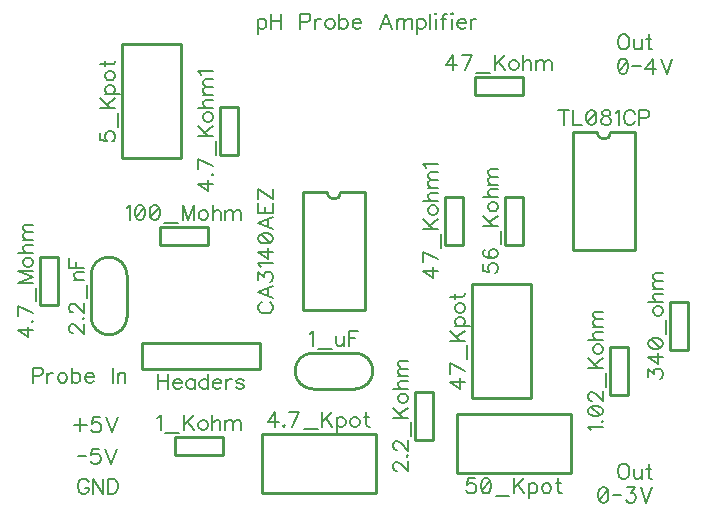
<source format=gbr>
G04 DipTrace 3.2.0.1*
G04 TopSilk.gbr*
%MOIN*%
G04 #@! TF.FileFunction,Legend,Top*
G04 #@! TF.Part,Single*
%ADD10C,0.009843*%
%ADD47C,0.00772*%
%FSLAX26Y26*%
G04*
G70*
G90*
G75*
G01*
G04 TopSilk*
%LPD*%
X2523701Y1023851D2*
D10*
X2463701D1*
X2523701Y863551D2*
Y1023851D1*
Y863551D2*
X2463701D1*
Y1023851D1*
X1123851Y1363701D2*
Y1423701D1*
X963551Y1363701D2*
X1123851D1*
X963551D2*
Y1423701D1*
X1123851D1*
X1173851Y663701D2*
Y723701D1*
X1013551Y663701D2*
X1173851D1*
X1013551D2*
Y723701D1*
X1173851D1*
X1473761Y883701D2*
X1613641D1*
X1473761Y1003701D2*
X1613641D1*
Y883701D2*
G03X1613641Y1003701I60J60000D01*
G01*
X1473761D2*
G03X1473761Y883701I-60J-60000D01*
G01*
X1813701Y713551D2*
X1873701D1*
X1813701Y873851D2*
Y713551D1*
Y873851D2*
X1873701D1*
Y713551D1*
X733701Y1263641D2*
Y1123761D1*
X853701Y1263641D2*
Y1123761D1*
X733701D2*
G03X853701Y1123761I60000J-60D01*
G01*
Y1263641D2*
G03X733701Y1263641I-60000J60D01*
G01*
X2663701Y1013551D2*
X2723701D1*
X2663701Y1173851D2*
Y1013551D1*
Y1173851D2*
X2723701D1*
Y1013551D1*
X1163701Y1663551D2*
X1223701D1*
X1163701Y1823851D2*
Y1663551D1*
Y1823851D2*
X1223701D1*
Y1663551D1*
X1684055Y537402D2*
X1303346D1*
Y734252D1*
X1684055D1*
Y537402D1*
X623701Y1323851D2*
X563701D1*
X623701Y1163551D2*
Y1323851D1*
Y1163551D2*
X563701D1*
Y1323851D1*
X2173851Y1863701D2*
Y1923701D1*
X2013551Y1863701D2*
X2173851D1*
X2013551D2*
Y1923701D1*
X2173851D1*
X1973701Y1523851D2*
X1913701D1*
X1973701Y1363551D2*
Y1523851D1*
Y1363551D2*
X1913701D1*
Y1523851D1*
X2200000Y1234055D2*
X2003150D1*
Y853346D1*
X2200000D1*
Y1234055D1*
X1953346Y800000D2*
X2334055D1*
Y603150D1*
X1953346D1*
Y800000D1*
X2113701Y1363551D2*
X2173701D1*
X2113701Y1523851D2*
Y1363551D1*
Y1523851D2*
X2173701D1*
Y1363551D1*
X837402Y1653346D2*
X1034252D1*
Y2034055D1*
X837402D1*
Y1653346D1*
X1646067Y1540551D2*
Y1146850D1*
X1441334D2*
X1646067D1*
X1441334Y1540551D2*
Y1146850D1*
Y1540551D2*
X1520075D1*
X1646067D2*
X1567327D1*
X1520075D2*
G03X1567327Y1540551I23626J4D01*
G01*
X904331Y1037008D2*
X1298031D1*
X904331Y950394D2*
X1298031D1*
X904331Y1037008D2*
Y950394D1*
X1298031Y1037008D2*
Y950394D1*
X2546067Y1740551D2*
Y1346850D1*
X2341334D2*
X2546067D1*
X2341334Y1740551D2*
Y1346850D1*
Y1740551D2*
X2420075D1*
X2546067D2*
X2467327D1*
X2420075D2*
G03X2467327Y1740551I23626J4D01*
G01*
X2400095Y745539D2*
D47*
X2397663Y750347D1*
X2390533Y757532D1*
X2440718D1*
X2435909Y775348D2*
X2438341Y772971D1*
X2440718Y775348D1*
X2438341Y777780D1*
X2435909Y775348D1*
X2390533Y807589D2*
X2392910Y800404D1*
X2400095Y795596D1*
X2412033Y793219D1*
X2419218D1*
X2431156Y795596D1*
X2438341Y800404D1*
X2440718Y807589D1*
Y812342D1*
X2438341Y819527D1*
X2431156Y824281D1*
X2419218Y826712D1*
X2412033D1*
X2400095Y824281D1*
X2392910Y819527D1*
X2390533Y812342D1*
Y807589D1*
X2400095Y824281D2*
X2431156Y795596D1*
X2402471Y844583D2*
X2400095Y844584D1*
X2395286Y846960D1*
X2392910Y849337D1*
X2390533Y854145D1*
Y863707D1*
X2392910Y868460D1*
X2395286Y870837D1*
X2400095Y873268D1*
X2404848D1*
X2409656Y870837D1*
X2416786Y866083D1*
X2440718Y842152D1*
Y875645D1*
X2449008Y891084D2*
Y936516D1*
X2390478Y951955D2*
X2440718D1*
X2390478Y985448D2*
X2423971Y951955D1*
X2411978Y963893D2*
X2440718Y985448D1*
X2407224Y1012826D2*
X2409601Y1008073D1*
X2414409Y1003264D1*
X2421594Y1000888D1*
X2426348D1*
X2433533Y1003264D1*
X2438286Y1008073D1*
X2440718Y1012826D1*
Y1020011D1*
X2438286Y1024819D1*
X2433533Y1029572D1*
X2426348Y1032004D1*
X2421594D1*
X2414409Y1029572D1*
X2409601Y1024819D1*
X2407224Y1020011D1*
Y1012826D1*
X2390478Y1047444D2*
X2440718D1*
X2416786D2*
X2409601Y1054629D1*
X2407224Y1059437D1*
Y1066622D1*
X2409601Y1071375D1*
X2416786Y1073752D1*
X2440718D1*
X2407224Y1089191D2*
X2440718D1*
X2416786D2*
X2409601Y1096376D1*
X2407224Y1101185D1*
Y1108314D1*
X2409601Y1113123D1*
X2416786Y1115499D1*
X2440718D1*
X2416786D2*
X2409601Y1122684D1*
X2407224Y1127493D1*
Y1134623D1*
X2409601Y1139431D1*
X2416786Y1141863D1*
X2440718D1*
X853286Y1487307D2*
X858094Y1489739D1*
X865279Y1496869D1*
Y1446684D1*
X895089Y1496869D2*
X887904Y1494492D1*
X883095Y1487307D1*
X880719Y1475369D1*
Y1468184D1*
X883095Y1456245D1*
X887904Y1449060D1*
X895089Y1446684D1*
X899842D1*
X907027Y1449060D1*
X911780Y1456245D1*
X914212Y1468184D1*
Y1475369D1*
X911780Y1487307D1*
X907027Y1494492D1*
X899842Y1496869D1*
X895089D1*
X911780Y1487307D2*
X883095Y1456245D1*
X944021Y1496869D2*
X936836Y1494492D1*
X932028Y1487307D1*
X929651Y1475369D1*
Y1468184D1*
X932028Y1456245D1*
X936836Y1449060D1*
X944021Y1446684D1*
X948774D1*
X955959Y1449060D1*
X960713Y1456245D1*
X963145Y1468184D1*
Y1475369D1*
X960713Y1487307D1*
X955959Y1494492D1*
X948774Y1496869D1*
X944021D1*
X960713Y1487307D2*
X932028Y1456245D1*
X978584Y1438393D2*
X1024015D1*
X1077701Y1446684D2*
Y1496924D1*
X1058578Y1446684D1*
X1039455Y1496924D1*
Y1446684D1*
X1105079Y1480177D2*
X1100325Y1477801D1*
X1095517Y1472992D1*
X1093140Y1465807D1*
Y1461054D1*
X1095517Y1453869D1*
X1100325Y1449116D1*
X1105079Y1446684D1*
X1112264D1*
X1117072Y1449116D1*
X1121825Y1453869D1*
X1124257Y1461054D1*
Y1465807D1*
X1121825Y1472992D1*
X1117072Y1477801D1*
X1112264Y1480177D1*
X1105079D1*
X1139696Y1496924D2*
Y1446684D1*
Y1470616D2*
X1146881Y1477801D1*
X1151690Y1480177D1*
X1158875D1*
X1163628Y1477801D1*
X1166005Y1470616D1*
Y1446684D1*
X1181444Y1480177D2*
Y1446684D1*
Y1470616D2*
X1188629Y1477801D1*
X1193437Y1480177D1*
X1200567D1*
X1205376Y1477801D1*
X1207752Y1470616D1*
Y1446684D1*
Y1470616D2*
X1214937Y1477801D1*
X1219746Y1480177D1*
X1226875D1*
X1231684Y1477801D1*
X1234116Y1470616D1*
Y1446684D1*
X954595Y787307D2*
X959403Y789739D1*
X966589Y796869D1*
Y746684D1*
X982028Y738393D2*
X1027459D1*
X1042899Y796924D2*
Y746684D1*
X1076392Y796924D2*
X1042899Y763431D1*
X1054837Y775424D2*
X1076392Y746684D1*
X1103769Y780177D2*
X1099016Y777801D1*
X1094208Y772992D1*
X1091831Y765807D1*
Y761054D1*
X1094208Y753869D1*
X1099016Y749116D1*
X1103769Y746684D1*
X1110954D1*
X1115763Y749116D1*
X1120516Y753869D1*
X1122948Y761054D1*
Y765807D1*
X1120516Y772992D1*
X1115763Y777801D1*
X1110954Y780177D1*
X1103769D1*
X1138387Y796924D2*
Y746684D1*
Y770616D2*
X1145572Y777801D1*
X1150381Y780177D1*
X1157566D1*
X1162319Y777801D1*
X1164695Y770616D1*
Y746684D1*
X1180135Y780177D2*
Y746684D1*
Y770616D2*
X1187320Y777801D1*
X1192128Y780177D1*
X1199258D1*
X1204066Y777801D1*
X1206443Y770616D1*
Y746684D1*
Y770616D2*
X1213628Y777801D1*
X1218436Y780177D1*
X1225566D1*
X1230375Y777801D1*
X1232807Y770616D1*
Y746684D1*
X1463117Y1067307D2*
X1467925Y1069739D1*
X1475110Y1076869D1*
Y1026684D1*
X1490550Y1018393D2*
X1535981D1*
X1551420Y1060177D2*
Y1036246D1*
X1553797Y1029116D1*
X1558605Y1026684D1*
X1565790D1*
X1570544Y1029116D1*
X1577729Y1036246D1*
Y1060177D2*
Y1026684D1*
X1624285Y1076924D2*
X1593168D1*
Y1026684D1*
Y1052992D2*
X1612291D1*
X1752471Y611687D2*
X1750095D1*
X1745286Y614064D1*
X1742910Y616440D1*
X1740533Y621249D1*
Y630810D1*
X1742910Y635563D1*
X1745286Y637940D1*
X1750095Y640372D1*
X1754848D1*
X1759656Y637940D1*
X1766786Y633187D1*
X1790718Y609255D1*
Y642748D1*
X1785909Y660564D2*
X1788341Y658188D1*
X1790718Y660564D1*
X1788341Y662996D1*
X1785909Y660564D1*
X1752471Y680867D2*
X1750095D1*
X1745286Y683244D1*
X1742910Y685620D1*
X1740533Y690429D1*
Y699990D1*
X1742910Y704744D1*
X1745286Y707120D1*
X1750095Y709552D1*
X1754848D1*
X1759656Y707120D1*
X1766786Y702367D1*
X1790718Y678435D1*
Y711929D1*
X1799008Y727368D2*
Y772799D1*
X1740478Y788239D2*
X1790718D1*
X1740478Y821732D2*
X1773971Y788239D1*
X1761978Y800177D2*
X1790718Y821732D1*
X1757224Y849109D2*
X1759601Y844356D1*
X1764409Y839548D1*
X1771594Y837171D1*
X1776348D1*
X1783533Y839548D1*
X1788286Y844356D1*
X1790718Y849109D1*
Y856294D1*
X1788286Y861103D1*
X1783533Y865856D1*
X1776348Y868288D1*
X1771594D1*
X1764409Y865856D1*
X1759601Y861103D1*
X1757224Y856294D1*
Y849109D1*
X1740478Y883727D2*
X1790718D1*
X1766786D2*
X1759601Y890912D1*
X1757224Y895721D1*
Y902906D1*
X1759601Y907659D1*
X1766786Y910036D1*
X1790718D1*
X1757224Y925475D2*
X1790718D1*
X1766786D2*
X1759601Y932660D1*
X1757224Y937468D1*
Y944598D1*
X1759601Y949406D1*
X1766786Y951783D1*
X1790718D1*
X1766786D2*
X1759601Y958968D1*
X1757224Y963777D1*
Y970906D1*
X1759601Y975715D1*
X1766786Y978147D1*
X1790718D1*
X672471Y1070209D2*
X670095D1*
X665286Y1072585D1*
X662910Y1074962D1*
X660533Y1079770D1*
Y1089332D1*
X662910Y1094085D1*
X665286Y1096462D1*
X670095Y1098894D1*
X674848D1*
X679656Y1096462D1*
X686786Y1091709D1*
X710718Y1067777D1*
Y1101270D1*
X705909Y1119086D2*
X708341Y1116709D1*
X710718Y1119086D1*
X708341Y1121518D1*
X705909Y1119086D1*
X672471Y1139389D2*
X670095D1*
X665286Y1141766D1*
X662910Y1144142D1*
X660533Y1148951D1*
Y1158512D1*
X662910Y1163265D1*
X665286Y1165642D1*
X670095Y1168074D1*
X674848D1*
X679656Y1165642D1*
X686786Y1160889D1*
X710718Y1136957D1*
Y1170450D1*
X719008Y1185890D2*
Y1231321D1*
X677224Y1246760D2*
X710718D1*
X686786D2*
X679601Y1253946D1*
X677224Y1258754D1*
Y1265884D1*
X679601Y1270692D1*
X686786Y1273069D1*
X710718D1*
X660478Y1319625D2*
Y1288508D1*
X710718D1*
X684409D2*
Y1307631D1*
X2590533Y922999D2*
Y949252D1*
X2609656Y934937D1*
Y942122D1*
X2612033Y946875D1*
X2614409Y949252D1*
X2621595Y951684D1*
X2626348D1*
X2633533Y949252D1*
X2638341Y944499D1*
X2640718Y937314D1*
Y930129D1*
X2638341Y922999D1*
X2635909Y920623D1*
X2631156Y918191D1*
X2640718Y991055D2*
X2590533D1*
X2623971Y967123D1*
Y1002993D1*
X2590533Y1032802D2*
X2592910Y1025617D1*
X2600095Y1020809D1*
X2612033Y1018432D1*
X2619218D1*
X2631156Y1020809D1*
X2638341Y1025617D1*
X2640718Y1032802D1*
Y1037556D1*
X2638341Y1044741D1*
X2631156Y1049494D1*
X2619218Y1051926D1*
X2612033D1*
X2600095Y1049494D1*
X2592910Y1044741D1*
X2590533Y1037556D1*
Y1032802D1*
X2600095Y1049494D2*
X2631156Y1020809D1*
X2649008Y1067365D2*
Y1112796D1*
X2607224Y1140174D2*
X2609601Y1135421D1*
X2614409Y1130612D1*
X2621594Y1128236D1*
X2626348D1*
X2633533Y1130612D1*
X2638286Y1135421D1*
X2640718Y1140174D1*
Y1147359D1*
X2638286Y1152167D1*
X2633533Y1156921D1*
X2626348Y1159352D1*
X2621594D1*
X2614409Y1156921D1*
X2609601Y1152167D1*
X2607224Y1147359D1*
Y1140174D1*
X2590478Y1174792D2*
X2640718D1*
X2616786D2*
X2609601Y1181977D1*
X2607224Y1186785D1*
Y1193970D1*
X2609601Y1198723D1*
X2616786Y1201100D1*
X2640718D1*
X2607224Y1216539D2*
X2640718D1*
X2616786D2*
X2609601Y1223724D1*
X2607224Y1228533D1*
Y1235662D1*
X2609601Y1240471D1*
X2616786Y1242847D1*
X2640718D1*
X2616786D2*
X2609601Y1250033D1*
X2607224Y1254841D1*
Y1261971D1*
X2609601Y1266779D1*
X2616786Y1269211D1*
X2640718D1*
X1140718Y1568282D2*
X1090533D1*
X1123971Y1544350D1*
Y1580220D1*
X1135909Y1598036D2*
X1138341Y1595659D1*
X1140718Y1598036D1*
X1138341Y1600468D1*
X1135909Y1598036D1*
X1140718Y1625469D2*
X1090533Y1649401D1*
Y1615907D1*
X1149008Y1664840D2*
Y1710271D1*
X1090478Y1725711D2*
X1140718D1*
X1090478Y1759204D2*
X1123971Y1725711D1*
X1111978Y1737649D2*
X1140718Y1759204D1*
X1107224Y1786581D2*
X1109601Y1781828D1*
X1114409Y1777020D1*
X1121594Y1774643D1*
X1126348D1*
X1133533Y1777020D1*
X1138286Y1781828D1*
X1140718Y1786581D1*
Y1793766D1*
X1138286Y1798575D1*
X1133533Y1803328D1*
X1126348Y1805760D1*
X1121594D1*
X1114409Y1803328D1*
X1109601Y1798575D1*
X1107224Y1793766D1*
Y1786581D1*
X1090478Y1821199D2*
X1140718D1*
X1116786D2*
X1109601Y1828384D1*
X1107224Y1833193D1*
Y1840378D1*
X1109601Y1845131D1*
X1116786Y1847507D1*
X1140718D1*
X1107224Y1862947D2*
X1140718D1*
X1116786D2*
X1109601Y1870132D1*
X1107224Y1874940D1*
Y1882070D1*
X1109601Y1886878D1*
X1116786Y1889255D1*
X1140718D1*
X1116786D2*
X1109601Y1896440D1*
X1107224Y1901248D1*
Y1908378D1*
X1109601Y1913187D1*
X1116786Y1915619D1*
X1140718D1*
X1100095Y1931058D2*
X1097663Y1935866D1*
X1090533Y1943051D1*
X1140718D1*
X1347557Y757235D2*
Y807420D1*
X1323625Y773982D1*
X1359495D1*
X1377311Y762043D2*
X1374934Y759612D1*
X1377311Y757235D1*
X1379743Y759612D1*
X1377311Y762043D1*
X1404744Y757235D2*
X1428675Y807420D1*
X1395182D1*
X1444114Y748945D2*
X1489546D1*
X1504985Y807475D2*
Y757235D1*
X1538479Y807475D2*
X1504985Y773982D1*
X1516924Y785975D2*
X1538479Y757235D1*
X1553918Y790728D2*
Y740488D1*
Y783543D2*
X1558726Y788297D1*
X1563480Y790728D1*
X1570665D1*
X1575473Y788297D1*
X1580226Y783543D1*
X1582658Y776358D1*
Y771550D1*
X1580226Y764420D1*
X1575473Y759612D1*
X1570665Y757235D1*
X1563480D1*
X1558726Y759612D1*
X1553918Y764420D1*
X1610036Y790728D2*
X1605282Y788352D1*
X1600474Y783543D1*
X1598097Y776358D1*
Y771605D1*
X1600474Y764420D1*
X1605282Y759667D1*
X1610036Y757235D1*
X1617221D1*
X1622029Y759667D1*
X1626782Y764420D1*
X1629214Y771605D1*
Y776358D1*
X1626782Y783543D1*
X1622029Y788352D1*
X1617221Y790728D1*
X1610036D1*
X1651838Y807475D2*
Y766797D1*
X1654215Y759667D1*
X1659023Y757235D1*
X1663777D1*
X1644653Y790728D2*
X1661400D1*
X540718Y1079622D2*
X490533D1*
X523971Y1055690D1*
Y1091560D1*
X535909Y1109376D2*
X538341Y1106999D1*
X540718Y1109376D1*
X538341Y1111808D1*
X535909Y1109376D1*
X540718Y1136809D2*
X490533Y1160740D1*
Y1127247D1*
X549008Y1176180D2*
Y1221611D1*
X540718Y1275297D2*
X490478D1*
X540718Y1256174D1*
X490478Y1237050D1*
X540718D1*
X507224Y1302674D2*
X509601Y1297921D1*
X514409Y1293113D1*
X521594Y1290736D1*
X526348D1*
X533533Y1293113D1*
X538286Y1297921D1*
X540718Y1302674D1*
Y1309859D1*
X538286Y1314668D1*
X533533Y1319421D1*
X526348Y1321853D1*
X521594D1*
X514409Y1319421D1*
X509601Y1314668D1*
X507224Y1309859D1*
Y1302674D1*
X490478Y1337292D2*
X540718D1*
X516786D2*
X509601Y1344477D1*
X507224Y1349286D1*
Y1356471D1*
X509601Y1361224D1*
X516786Y1363600D1*
X540718D1*
X507224Y1379040D2*
X540718D1*
X516786D2*
X509601Y1386225D1*
X507224Y1391033D1*
Y1398163D1*
X509601Y1402971D1*
X516786Y1405348D1*
X540718D1*
X516786D2*
X509601Y1412533D1*
X507224Y1417341D1*
Y1424471D1*
X509601Y1429280D1*
X516786Y1431712D1*
X540718D1*
X1942122Y1946684D2*
Y1996869D1*
X1918191Y1963431D1*
X1954060D1*
X1979061Y1946684D2*
X2002993Y1996869D1*
X1969500D1*
X2018432Y1938393D2*
X2063864D1*
X2079303Y1996924D2*
Y1946684D1*
X2112796Y1996924D2*
X2079303Y1963431D1*
X2091241Y1975424D2*
X2112796Y1946684D1*
X2140174Y1980177D2*
X2135421Y1977801D1*
X2130612Y1972992D1*
X2128236Y1965807D1*
Y1961054D1*
X2130612Y1953869D1*
X2135421Y1949116D1*
X2140174Y1946684D1*
X2147359D1*
X2152167Y1949116D1*
X2156921Y1953869D1*
X2159352Y1961054D1*
Y1965807D1*
X2156921Y1972992D1*
X2152167Y1977801D1*
X2147359Y1980177D1*
X2140174D1*
X2174792Y1996924D2*
Y1946684D1*
Y1970616D2*
X2181977Y1977801D1*
X2186785Y1980177D1*
X2193970D1*
X2198723Y1977801D1*
X2201100Y1970616D1*
Y1946684D1*
X2216539Y1980177D2*
Y1946684D1*
Y1970616D2*
X2223724Y1977801D1*
X2228533Y1980177D1*
X2235662D1*
X2240471Y1977801D1*
X2242847Y1970616D1*
Y1946684D1*
Y1970616D2*
X2250033Y1977801D1*
X2254841Y1980177D1*
X2261971D1*
X2266779Y1977801D1*
X2269211Y1970616D1*
Y1946684D1*
X1890718Y1278406D2*
X1840533D1*
X1873971Y1254474D1*
Y1290344D1*
X1890718Y1315345D2*
X1840533Y1339277D1*
Y1305783D1*
X1899008Y1354716D2*
Y1400147D1*
X1840478Y1415587D2*
X1890718D1*
X1840478Y1449080D2*
X1873971Y1415587D1*
X1861978Y1427525D2*
X1890718Y1449080D1*
X1857224Y1476458D2*
X1859601Y1471704D1*
X1864409Y1466896D1*
X1871594Y1464519D1*
X1876348D1*
X1883533Y1466896D1*
X1888286Y1471704D1*
X1890718Y1476458D1*
Y1483643D1*
X1888286Y1488451D1*
X1883533Y1493204D1*
X1876348Y1495636D1*
X1871594D1*
X1864409Y1493204D1*
X1859601Y1488451D1*
X1857224Y1483643D1*
Y1476458D1*
X1840478Y1511075D2*
X1890718D1*
X1866786D2*
X1859601Y1518260D1*
X1857224Y1523069D1*
Y1530254D1*
X1859601Y1535007D1*
X1866786Y1537384D1*
X1890718D1*
X1857224Y1552823D2*
X1890718D1*
X1866786D2*
X1859601Y1560008D1*
X1857224Y1564816D1*
Y1571946D1*
X1859601Y1576755D1*
X1866786Y1579131D1*
X1890718D1*
X1866786D2*
X1859601Y1586316D1*
X1857224Y1591125D1*
Y1598254D1*
X1859601Y1603063D1*
X1866786Y1605495D1*
X1890718D1*
X1850095Y1620934D2*
X1847663Y1625742D1*
X1840533Y1632927D1*
X1890718D1*
X1980167Y907681D2*
X1929982D1*
X1963420Y883749D1*
Y919619D1*
X1980167Y944620D2*
X1929982Y968551D1*
Y935058D1*
X1988457Y983991D2*
Y1029422D1*
X1929927Y1044861D2*
X1980167D1*
X1929927Y1078355D2*
X1963420Y1044861D1*
X1951426Y1056800D2*
X1980167Y1078355D1*
X1946673Y1093794D2*
X1996913D1*
X1953858D2*
X1949105Y1098602D1*
X1946673Y1103356D1*
Y1110541D1*
X1949105Y1115349D1*
X1953858Y1120102D1*
X1961043Y1122534D1*
X1965852D1*
X1972982Y1120102D1*
X1977790Y1115349D1*
X1980167Y1110541D1*
Y1103356D1*
X1977790Y1098602D1*
X1972982Y1093794D1*
X1946673Y1149912D2*
X1949050Y1145158D1*
X1953858Y1140350D1*
X1961043Y1137973D1*
X1965796D1*
X1972982Y1140350D1*
X1977735Y1145158D1*
X1980167Y1149912D1*
Y1157097D1*
X1977735Y1161905D1*
X1972982Y1166658D1*
X1965796Y1169090D1*
X1961043D1*
X1953858Y1166658D1*
X1949050Y1161905D1*
X1946673Y1157097D1*
Y1149912D1*
X1929927Y1191714D2*
X1970605D1*
X1977735Y1194091D1*
X1980167Y1198900D1*
Y1203653D1*
X1946673Y1184529D2*
Y1201276D1*
X2013622Y586136D2*
X1989746D1*
X1987369Y564636D1*
X1989746Y567012D1*
X1996931Y569444D1*
X2004060D1*
X2011245Y567012D1*
X2016054Y562259D1*
X2018431Y555074D1*
Y550321D1*
X2016054Y543136D1*
X2011245Y538327D1*
X2004060Y535951D1*
X1996931D1*
X1989746Y538327D1*
X1987369Y540759D1*
X1984937Y545513D1*
X2048240Y586136D2*
X2041055Y583759D1*
X2036246Y576574D1*
X2033870Y564636D1*
Y557451D1*
X2036246Y545513D1*
X2041055Y538327D1*
X2048240Y535951D1*
X2052993D1*
X2060178Y538327D1*
X2064931Y545513D1*
X2067363Y557451D1*
Y564636D1*
X2064931Y576574D1*
X2060178Y583759D1*
X2052993Y586136D1*
X2048240D1*
X2064931Y576574D2*
X2036246Y545513D1*
X2082802Y527660D2*
X2128234D1*
X2143673Y586191D2*
Y535951D1*
X2177166Y586191D2*
X2143673Y552698D1*
X2155611Y564691D2*
X2177166Y535951D1*
X2192606Y569444D2*
Y519204D1*
Y562259D2*
X2197414Y567012D1*
X2202167Y569444D1*
X2209352D1*
X2214161Y567012D1*
X2218914Y562259D1*
X2221346Y555074D1*
Y550266D1*
X2218914Y543136D1*
X2214161Y538327D1*
X2209352Y535951D1*
X2202167D1*
X2197414Y538327D1*
X2192606Y543136D1*
X2248723Y569444D2*
X2243970Y567068D1*
X2239162Y562259D1*
X2236785Y555074D1*
Y550321D1*
X2239162Y543136D1*
X2243970Y538383D1*
X2248723Y535951D1*
X2255908D1*
X2260717Y538383D1*
X2265470Y543136D1*
X2267902Y550321D1*
Y555074D1*
X2265470Y562259D1*
X2260717Y567068D1*
X2255908Y569444D1*
X2248723D1*
X2290526Y586191D2*
Y545513D1*
X2292903Y538383D1*
X2297711Y535951D1*
X2302464D1*
X2283341Y569444D2*
X2300088D1*
X2040533Y1299280D2*
Y1275403D1*
X2062033Y1273027D1*
X2059656Y1275403D1*
X2057224Y1282588D1*
Y1289718D1*
X2059656Y1296903D1*
X2064409Y1301712D1*
X2071595Y1304088D1*
X2076348D1*
X2083533Y1301712D1*
X2088341Y1296903D1*
X2090718Y1289718D1*
Y1282588D1*
X2088341Y1275403D1*
X2085909Y1273027D1*
X2081156Y1270595D1*
X2047663Y1348212D2*
X2042910Y1345836D1*
X2040533Y1338651D1*
Y1333897D1*
X2042910Y1326712D1*
X2050095Y1321904D1*
X2062033Y1319527D1*
X2073971D1*
X2083533Y1321904D1*
X2088341Y1326712D1*
X2090718Y1333897D1*
Y1336274D1*
X2088341Y1343404D1*
X2083533Y1348212D1*
X2076348Y1350589D1*
X2073971D1*
X2066786Y1348212D1*
X2062033Y1343404D1*
X2059656Y1336274D1*
Y1333897D1*
X2062033Y1326712D1*
X2066786Y1321904D1*
X2073971Y1319527D1*
X2099008Y1366028D2*
Y1411460D1*
X2040478Y1426899D2*
X2090718D1*
X2040478Y1460392D2*
X2073971Y1426899D1*
X2061978Y1438837D2*
X2090718Y1460392D1*
X2057224Y1487770D2*
X2059601Y1483016D1*
X2064409Y1478208D1*
X2071594Y1475831D1*
X2076348D1*
X2083533Y1478208D1*
X2088286Y1483016D1*
X2090718Y1487770D1*
Y1494955D1*
X2088286Y1499763D1*
X2083533Y1504516D1*
X2076348Y1506948D1*
X2071594D1*
X2064409Y1504516D1*
X2059601Y1499763D1*
X2057224Y1494955D1*
Y1487770D1*
X2040478Y1522387D2*
X2090718D1*
X2066786D2*
X2059601Y1529572D1*
X2057224Y1534381D1*
Y1541566D1*
X2059601Y1546319D1*
X2066786Y1548696D1*
X2090718D1*
X2057224Y1564135D2*
X2090718D1*
X2066786D2*
X2059601Y1571320D1*
X2057224Y1576128D1*
Y1583258D1*
X2059601Y1588067D1*
X2066786Y1590443D1*
X2090718D1*
X2066786D2*
X2059601Y1597628D1*
X2057224Y1602437D1*
Y1609567D1*
X2059601Y1614375D1*
X2066786Y1616807D1*
X2090718D1*
X764234Y1738088D2*
Y1714212D1*
X785734Y1711835D1*
X783357Y1714212D1*
X780925Y1721397D1*
Y1728527D1*
X783357Y1735712D1*
X788110Y1740520D1*
X795295Y1742897D1*
X800048D1*
X807234Y1740520D1*
X812042Y1735712D1*
X814419Y1728527D1*
Y1721397D1*
X812042Y1714212D1*
X809610Y1711835D1*
X804857Y1709404D1*
X822709Y1758336D2*
Y1803768D1*
X764179Y1819207D2*
X814419D1*
X764179Y1852700D2*
X797672Y1819207D1*
X785678Y1831145D2*
X814419Y1852700D1*
X780925Y1868139D2*
X831165D1*
X788110D2*
X783357Y1872948D1*
X780925Y1877701D1*
Y1884886D1*
X783357Y1889695D1*
X788110Y1894448D1*
X795295Y1896880D1*
X800104D1*
X807233Y1894448D1*
X812042Y1889695D1*
X814419Y1884886D1*
Y1877701D1*
X812042Y1872948D1*
X807233Y1868139D1*
X780925Y1924257D2*
X783302Y1919504D1*
X788110Y1914695D1*
X795295Y1912319D1*
X800048D1*
X807233Y1914695D1*
X811987Y1919504D1*
X814419Y1924257D1*
Y1931442D1*
X811987Y1936251D1*
X807233Y1941004D1*
X800048Y1943436D1*
X795295D1*
X788110Y1941004D1*
X783302Y1936251D1*
X780925Y1931442D1*
Y1924257D1*
X764179Y1966060D2*
X804857D1*
X811987Y1968436D1*
X814419Y1973245D1*
Y1977998D1*
X780925Y1958875D2*
Y1975622D1*
X1302888Y1171875D2*
X1298135Y1169498D1*
X1293327Y1164690D1*
X1290950Y1159936D1*
Y1150375D1*
X1293327Y1145566D1*
X1298135Y1140813D1*
X1302888Y1138381D1*
X1310073Y1136005D1*
X1322067D1*
X1329197Y1138381D1*
X1334005Y1140813D1*
X1338758Y1145566D1*
X1341190Y1150375D1*
Y1159936D1*
X1338758Y1164690D1*
X1334005Y1169498D1*
X1329197Y1171875D1*
X1341190Y1225616D2*
X1290950Y1206437D1*
X1341190Y1187314D1*
X1324444Y1194499D2*
Y1218431D1*
X1291005Y1245863D2*
Y1272116D1*
X1310129Y1257801D1*
Y1264987D1*
X1312505Y1269740D1*
X1314882Y1272116D1*
X1322067Y1274548D1*
X1326820D1*
X1334005Y1272116D1*
X1338814Y1267363D1*
X1341190Y1260178D1*
Y1252993D1*
X1338814Y1245863D1*
X1336382Y1243487D1*
X1331629Y1241055D1*
X1300567Y1289987D2*
X1298135Y1294796D1*
X1291005Y1301981D1*
X1341190D1*
Y1341352D2*
X1291005D1*
X1324444Y1317420D1*
Y1353290D1*
X1291005Y1383099D2*
X1293382Y1375914D1*
X1300567Y1371106D1*
X1312505Y1368729D1*
X1319690D1*
X1331629Y1371106D1*
X1338814Y1375914D1*
X1341190Y1383099D1*
Y1387853D1*
X1338814Y1395038D1*
X1331629Y1399791D1*
X1319690Y1402223D1*
X1312505D1*
X1300567Y1399791D1*
X1293382Y1395038D1*
X1291005Y1387853D1*
Y1383099D1*
X1300567Y1399791D2*
X1331629Y1371106D1*
X1341190Y1455964D2*
X1290950Y1436785D1*
X1341190Y1417662D1*
X1324444Y1424847D2*
Y1448779D1*
X1290950Y1502464D2*
Y1471403D1*
X1341190D1*
Y1502464D1*
X1314882Y1471403D2*
Y1490526D1*
X1290950Y1517904D2*
Y1551397D1*
X1341190Y1517904D1*
Y1551397D1*
X958004Y933435D2*
Y883195D1*
X991497Y933435D2*
Y883195D1*
X958004Y909503D2*
X991497D1*
X1006936Y902318D2*
X1035621D1*
Y907127D1*
X1033244Y911935D1*
X1030868Y914312D1*
X1026059Y916688D1*
X1018874D1*
X1014121Y914312D1*
X1009313Y909503D1*
X1006936Y902318D1*
Y897565D1*
X1009313Y890380D1*
X1014121Y885627D1*
X1018874Y883195D1*
X1026059D1*
X1030868Y885627D1*
X1035621Y890380D1*
X1079745Y916688D2*
Y883195D1*
Y909503D2*
X1074992Y914312D1*
X1070183Y916688D1*
X1063054D1*
X1058245Y914312D1*
X1053492Y909503D1*
X1051060Y902318D1*
Y897565D1*
X1053492Y890380D1*
X1058245Y885627D1*
X1063054Y883195D1*
X1070183D1*
X1074992Y885627D1*
X1079745Y890380D1*
X1123869Y933435D2*
Y883195D1*
Y909503D2*
X1119116Y914312D1*
X1114308Y916688D1*
X1107123D1*
X1102369Y914312D1*
X1097561Y909503D1*
X1095184Y902318D1*
Y897565D1*
X1097561Y890380D1*
X1102369Y885627D1*
X1107123Y883195D1*
X1114308D1*
X1119116Y885627D1*
X1123869Y890380D1*
X1139308Y902318D2*
X1167993D1*
Y907127D1*
X1165617Y911935D1*
X1163240Y914312D1*
X1158432Y916688D1*
X1151247D1*
X1146494Y914312D1*
X1141685Y909503D1*
X1139308Y902318D1*
Y897565D1*
X1141685Y890380D1*
X1146494Y885627D1*
X1151247Y883195D1*
X1158432D1*
X1163240Y885627D1*
X1167993Y890380D1*
X1183433Y916688D2*
Y883195D1*
Y902318D2*
X1185864Y909503D1*
X1190618Y914312D1*
X1195426Y916688D1*
X1202611D1*
X1244359Y909503D2*
X1241982Y914312D1*
X1234797Y916688D1*
X1227612D1*
X1220427Y914312D1*
X1218050Y909503D1*
X1220427Y904750D1*
X1225235Y902318D1*
X1237174Y899942D1*
X1241982Y897565D1*
X1244359Y892757D1*
Y890380D1*
X1241982Y885627D1*
X1234797Y883195D1*
X1227612D1*
X1220427Y885627D1*
X1218050Y890380D1*
X2308897Y1813774D2*
Y1763534D1*
X2292150Y1813774D2*
X2325643D1*
X2341082D2*
Y1763534D1*
X2369767D1*
X2399577Y1813719D2*
X2392392Y1811342D1*
X2387583Y1804157D1*
X2385207Y1792219D1*
Y1785034D1*
X2387583Y1773096D1*
X2392392Y1765911D1*
X2399577Y1763534D1*
X2404330D1*
X2411515Y1765911D1*
X2416268Y1773096D1*
X2418700Y1785034D1*
Y1792219D1*
X2416268Y1804157D1*
X2411515Y1811342D1*
X2404330Y1813719D1*
X2399577D1*
X2416268Y1804157D2*
X2387583Y1773096D1*
X2446077Y1813719D2*
X2438948Y1811342D1*
X2436516Y1806589D1*
Y1801781D1*
X2438948Y1797028D1*
X2443701Y1794596D1*
X2453262Y1792219D1*
X2460447Y1789843D1*
X2465201Y1785034D1*
X2467577Y1780281D1*
Y1773096D1*
X2465201Y1768343D1*
X2462824Y1765911D1*
X2455639Y1763534D1*
X2446077D1*
X2438948Y1765911D1*
X2436516Y1768343D1*
X2434139Y1773096D1*
Y1780281D1*
X2436516Y1785034D1*
X2441324Y1789843D1*
X2448454Y1792219D1*
X2458016Y1794596D1*
X2462824Y1797028D1*
X2465201Y1801781D1*
Y1806589D1*
X2462824Y1811342D1*
X2455639Y1813719D1*
X2446077D1*
X2483016Y1804157D2*
X2487825Y1806589D1*
X2495010Y1813719D1*
Y1763534D1*
X2546319Y1801836D2*
X2543943Y1806589D1*
X2539134Y1811398D1*
X2534381Y1813774D1*
X2524819D1*
X2520011Y1811398D1*
X2515258Y1806589D1*
X2512826Y1801836D1*
X2510449Y1794651D1*
Y1782658D1*
X2512826Y1775528D1*
X2515258Y1770719D1*
X2520011Y1765966D1*
X2524819Y1763534D1*
X2534381D1*
X2539134Y1765966D1*
X2543943Y1770719D1*
X2546319Y1775528D1*
X2561758Y1787466D2*
X2583313D1*
X2590443Y1789843D1*
X2592875Y1792274D1*
X2595252Y1797028D1*
Y1804213D1*
X2592875Y1808966D1*
X2590443Y1811398D1*
X2583313Y1813774D1*
X2561758D1*
Y1763534D1*
X1289841Y2117715D2*
Y2067475D1*
Y2110530D2*
X1294650Y2115283D1*
X1299403Y2117715D1*
X1306588D1*
X1311397Y2115283D1*
X1316150Y2110530D1*
X1318582Y2103345D1*
Y2098536D1*
X1316150Y2091406D1*
X1311397Y2086598D1*
X1306588Y2084221D1*
X1299403D1*
X1294650Y2086598D1*
X1289841Y2091406D1*
X1334021Y2134461D2*
Y2084221D1*
X1367514Y2134461D2*
Y2084221D1*
X1334021Y2110530D2*
X1367514D1*
X1431554Y2108153D2*
X1453110D1*
X1460239Y2110530D1*
X1462671Y2112961D1*
X1465048Y2117715D1*
Y2124900D1*
X1462671Y2129653D1*
X1460239Y2132085D1*
X1453110Y2134461D1*
X1431554D1*
Y2084221D1*
X1480487Y2117715D2*
Y2084221D1*
Y2103345D2*
X1482919Y2110530D1*
X1487672Y2115338D1*
X1492480Y2117715D1*
X1499666D1*
X1527043D2*
X1522290Y2115338D1*
X1517481Y2110530D1*
X1515105Y2103345D1*
Y2098591D1*
X1517481Y2091406D1*
X1522290Y2086653D1*
X1527043Y2084221D1*
X1534228D1*
X1539036Y2086653D1*
X1543790Y2091406D1*
X1546221Y2098591D1*
Y2103345D1*
X1543790Y2110530D1*
X1539036Y2115338D1*
X1534228Y2117715D1*
X1527043D1*
X1561661Y2134461D2*
Y2084221D1*
Y2110530D2*
X1566469Y2115338D1*
X1571222Y2117715D1*
X1578407D1*
X1583161Y2115338D1*
X1587969Y2110530D1*
X1590346Y2103345D1*
Y2098591D1*
X1587969Y2091406D1*
X1583161Y2086653D1*
X1578407Y2084221D1*
X1571222D1*
X1566469Y2086653D1*
X1561661Y2091406D1*
X1605785Y2103345D2*
X1634470D1*
Y2108153D1*
X1632093Y2112961D1*
X1629717Y2115338D1*
X1624908Y2117715D1*
X1617723D1*
X1612970Y2115338D1*
X1608161Y2110530D1*
X1605785Y2103345D1*
Y2098591D1*
X1608161Y2091406D1*
X1612970Y2086653D1*
X1617723Y2084221D1*
X1624908D1*
X1629717Y2086653D1*
X1634470Y2091406D1*
X1736812Y2084221D2*
X1717633Y2134461D1*
X1698510Y2084221D1*
X1705695Y2100968D2*
X1729627D1*
X1752251Y2117715D2*
Y2084221D1*
Y2108153D2*
X1759436Y2115338D1*
X1764245Y2117715D1*
X1771374D1*
X1776183Y2115338D1*
X1778559Y2108153D1*
Y2084221D1*
Y2108153D2*
X1785744Y2115338D1*
X1790553Y2117715D1*
X1797683D1*
X1802491Y2115338D1*
X1804923Y2108153D1*
Y2084221D1*
X1820362Y2117715D2*
Y2067475D1*
Y2110530D2*
X1825171Y2115283D1*
X1829924Y2117715D1*
X1837109D1*
X1841917Y2115283D1*
X1846670Y2110530D1*
X1849102Y2103345D1*
Y2098536D1*
X1846670Y2091406D1*
X1841917Y2086598D1*
X1837109Y2084221D1*
X1829924D1*
X1825171Y2086598D1*
X1820362Y2091406D1*
X1864542Y2134461D2*
Y2084221D1*
X1879981Y2134461D2*
X1882357Y2132085D1*
X1884789Y2134461D1*
X1882357Y2136893D1*
X1879981Y2134461D1*
X1882357Y2117715D2*
Y2084221D1*
X1919352Y2134461D2*
X1914599D1*
X1909790Y2132085D1*
X1907414Y2124900D1*
Y2084221D1*
X1900228Y2117715D2*
X1916975D1*
X1934791Y2134461D2*
X1937168Y2132085D1*
X1939599Y2134461D1*
X1937168Y2136893D1*
X1934791Y2134461D1*
X1937168Y2117715D2*
Y2084221D1*
X1955039Y2103345D2*
X1983724D1*
Y2108153D1*
X1981347Y2112961D1*
X1978970Y2115338D1*
X1974162Y2117715D1*
X1966977D1*
X1962224Y2115338D1*
X1957415Y2110530D1*
X1955039Y2103345D1*
Y2098591D1*
X1957415Y2091406D1*
X1962224Y2086653D1*
X1966977Y2084221D1*
X1974162D1*
X1978970Y2086653D1*
X1983724Y2091406D1*
X1999163Y2117715D2*
Y2084221D1*
Y2103345D2*
X2001595Y2110530D1*
X2006348Y2115338D1*
X2011156Y2117715D1*
X2018341D1*
X539841Y928469D2*
X561397D1*
X568526Y930846D1*
X570958Y933278D1*
X573335Y938031D1*
Y945216D1*
X570958Y949969D1*
X568526Y952401D1*
X561397Y954778D1*
X539841D1*
Y904538D1*
X588774Y938031D2*
Y904538D1*
Y923661D2*
X591206Y930846D1*
X595959Y935654D1*
X600768Y938031D1*
X607953D1*
X635330D2*
X630577Y935654D1*
X625768Y930846D1*
X623392Y923661D1*
Y918908D1*
X625768Y911723D1*
X630577Y906969D1*
X635330Y904538D1*
X642515D1*
X647324Y906969D1*
X652077Y911723D1*
X654509Y918908D1*
Y923661D1*
X652077Y930846D1*
X647324Y935654D1*
X642515Y938031D1*
X635330D1*
X669948Y954778D2*
Y904538D1*
Y930846D2*
X674756Y935654D1*
X679509Y938031D1*
X686694D1*
X691448Y935654D1*
X696256Y930846D1*
X698633Y923661D1*
Y918908D1*
X696256Y911723D1*
X691448Y906969D1*
X686694Y904538D1*
X679509D1*
X674756Y906969D1*
X669948Y911723D1*
X714072Y923661D2*
X742757D1*
Y928469D1*
X740380Y933278D1*
X738004Y935654D1*
X733195Y938031D1*
X726010D1*
X721257Y935654D1*
X716449Y930846D1*
X714072Y923661D1*
Y918908D1*
X716449Y911723D1*
X721257Y906969D1*
X726010Y904538D1*
X733195D1*
X738004Y906969D1*
X742757Y911723D1*
X806797Y954778D2*
Y904538D1*
X822236Y938031D2*
Y904538D1*
Y928469D2*
X829421Y935654D1*
X834230Y938031D1*
X841360D1*
X846168Y935654D1*
X848545Y928469D1*
Y904538D1*
X2504212Y634461D2*
X2499403Y632085D1*
X2494650Y627276D1*
X2492218Y622523D1*
X2489841Y615338D1*
Y603345D1*
X2492218Y596215D1*
X2494650Y591406D1*
X2499403Y586653D1*
X2504212Y584221D1*
X2513773D1*
X2518526Y586653D1*
X2523335Y591406D1*
X2525711Y596215D1*
X2528088Y603345D1*
Y615338D1*
X2525711Y622523D1*
X2523335Y627276D1*
X2518526Y632085D1*
X2513773Y634461D1*
X2504212D1*
X2543527Y617715D2*
Y593783D1*
X2545904Y586653D1*
X2550712Y584221D1*
X2557897D1*
X2562650Y586653D1*
X2569836Y593783D1*
Y617715D2*
Y584221D1*
X2592460Y634461D2*
Y593783D1*
X2594836Y586653D1*
X2599645Y584221D1*
X2604398D1*
X2585275Y617715D2*
X2602021D1*
X698218Y785215D2*
Y742160D1*
X676718Y763660D2*
X719773D1*
X763897Y788780D2*
X740021D1*
X737644Y767280D1*
X740021Y769657D1*
X747206Y772089D1*
X754336D1*
X761521Y769657D1*
X766329Y764904D1*
X768706Y757719D1*
Y752965D1*
X766329Y745780D1*
X761521Y740972D1*
X754336Y738595D1*
X747206D1*
X740021Y740972D1*
X737644Y743404D1*
X735212Y748157D1*
X784145Y788835D2*
X803268Y738595D1*
X822391Y788835D1*
X689841Y659314D2*
X717476D1*
X761600Y684406D2*
X737724D1*
X735347Y662906D1*
X737724Y665283D1*
X744909Y667715D1*
X752039D1*
X759224Y665283D1*
X764032Y660530D1*
X766409Y653345D1*
Y648591D1*
X764032Y641406D1*
X759224Y636598D1*
X752039Y634221D1*
X744909D1*
X737724Y636598D1*
X735347Y639030D1*
X732915Y643783D1*
X781848Y684461D2*
X800971Y634221D1*
X820095Y684461D1*
X725711Y572523D2*
X723335Y577276D1*
X718526Y582085D1*
X713773Y584461D1*
X704212D1*
X699403Y582085D1*
X694650Y577276D1*
X692218Y572523D1*
X689841Y565338D1*
Y553345D1*
X692218Y546215D1*
X694650Y541406D1*
X699403Y536653D1*
X704212Y534221D1*
X713773D1*
X718526Y536653D1*
X723335Y541406D1*
X725711Y546215D1*
Y553345D1*
X713773D1*
X774644Y584461D2*
Y534221D1*
X741151Y584461D1*
Y534221D1*
X790083Y584461D2*
Y534221D1*
X806830D1*
X814015Y536653D1*
X818823Y541406D1*
X821200Y546215D1*
X823577Y553345D1*
Y565338D1*
X821200Y572523D1*
X818823Y577276D1*
X814015Y582085D1*
X806830Y584461D1*
X790083D1*
X2439691Y555262D2*
X2432505Y552885D1*
X2427697Y545700D1*
X2425320Y533762D1*
Y526577D1*
X2427697Y514639D1*
X2432505Y507453D1*
X2439691Y505077D1*
X2444444D1*
X2451629Y507453D1*
X2456382Y514639D1*
X2458814Y526577D1*
Y533762D1*
X2456382Y545700D1*
X2451629Y552885D1*
X2444444Y555262D1*
X2439691D1*
X2456382Y545700D2*
X2427697Y514639D1*
X2474253Y530169D2*
X2501888D1*
X2522135Y555262D2*
X2548389D1*
X2534074Y536138D1*
X2541259D1*
X2546012Y533762D1*
X2548389Y531385D1*
X2550820Y524200D1*
Y519447D1*
X2548389Y512262D1*
X2543635Y507453D1*
X2536450Y505077D1*
X2529265D1*
X2522135Y507453D1*
X2519759Y509885D1*
X2517327Y514639D1*
X2566260Y555317D2*
X2585383Y505077D1*
X2604506Y555317D1*
X2504212Y2065455D2*
X2499403Y2063078D1*
X2494650Y2058270D1*
X2492218Y2053516D1*
X2489841Y2046331D1*
Y2034338D1*
X2492218Y2027208D1*
X2494650Y2022400D1*
X2499403Y2017647D1*
X2504212Y2015215D1*
X2513773D1*
X2518526Y2017647D1*
X2523335Y2022400D1*
X2525711Y2027208D1*
X2528088Y2034338D1*
Y2046331D1*
X2525711Y2053516D1*
X2523335Y2058270D1*
X2518526Y2063078D1*
X2513773Y2065455D1*
X2504212D1*
X2543527Y2048708D2*
Y2024776D1*
X2545904Y2017647D1*
X2550712Y2015215D1*
X2557897D1*
X2562650Y2017647D1*
X2569836Y2024776D1*
Y2048708D2*
Y2015215D1*
X2592460Y2065455D2*
Y2024776D1*
X2594836Y2017647D1*
X2599645Y2015215D1*
X2604398D1*
X2585275Y2048708D2*
X2602021D1*
X2504212Y1984406D2*
X2497026Y1982029D1*
X2492218Y1974844D1*
X2489841Y1962906D1*
Y1955721D1*
X2492218Y1943783D1*
X2497026Y1936598D1*
X2504212Y1934221D1*
X2508965D1*
X2516150Y1936598D1*
X2520903Y1943783D1*
X2523335Y1955721D1*
Y1962906D1*
X2520903Y1974844D1*
X2516150Y1982029D1*
X2508965Y1984406D1*
X2504212D1*
X2520903Y1974844D2*
X2492218Y1943783D1*
X2538774Y1959314D2*
X2566409D1*
X2605780Y1934221D2*
Y1984406D1*
X2581848Y1950968D1*
X2617718D1*
X2633157Y1984461D2*
X2652280Y1934221D1*
X2671404Y1984461D1*
M02*

</source>
